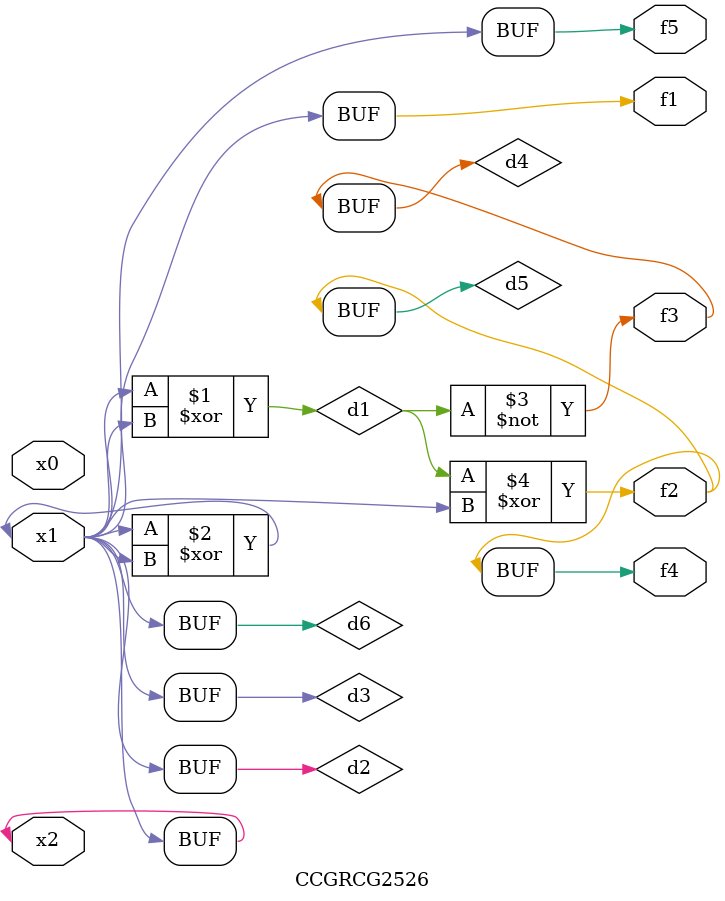
<source format=v>
module CCGRCG2526(
	input x0, x1, x2,
	output f1, f2, f3, f4, f5
);

	wire d1, d2, d3, d4, d5, d6;

	xor (d1, x1, x2);
	buf (d2, x1, x2);
	xor (d3, x1, x2);
	nor (d4, d1);
	xor (d5, d1, d2);
	buf (d6, d2, d3);
	assign f1 = d6;
	assign f2 = d5;
	assign f3 = d4;
	assign f4 = d5;
	assign f5 = d6;
endmodule

</source>
